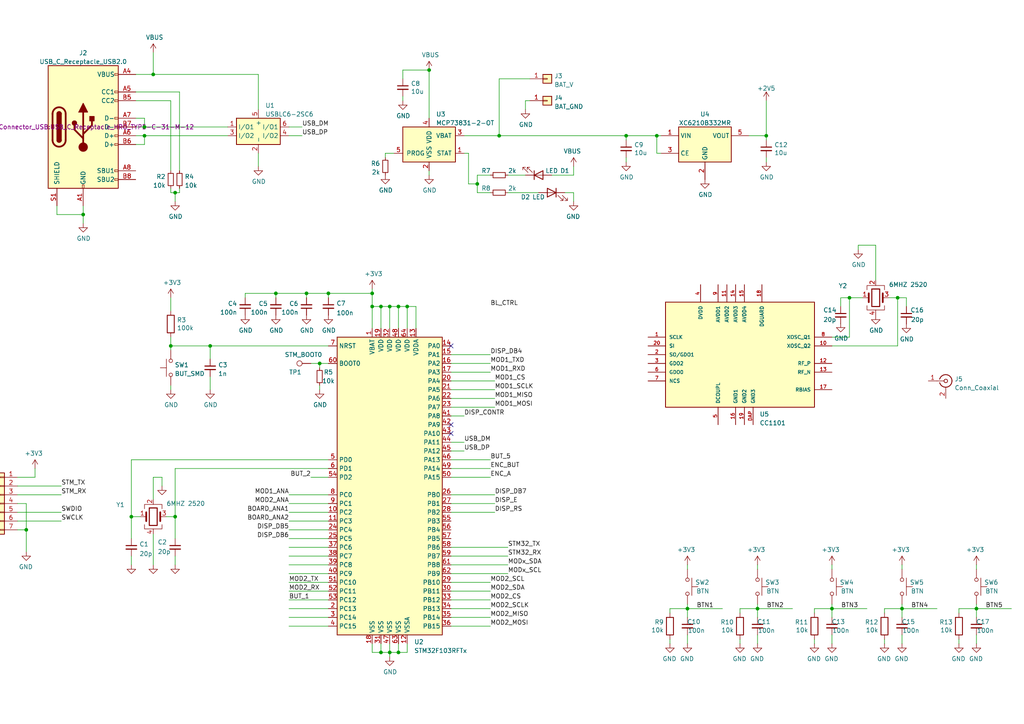
<source format=kicad_sch>
(kicad_sch (version 20211123) (generator eeschema)
  (paper "A4")
  (lib_symbols
    (symbol "Battery_Management:MCP73831-2-OT" (pin_names (offset 1.016))
      (property "Reference" "U" (at -7.62 6.35 0))
      (property "Value" "MCP73831-2-OT" (at 1.27 6.35 0))
      (symbol "MCP73831-2-OT_1_1"
        (pin output line (at 10.16 -2.54 180) (length 2.54) (name "STAT") (number "1"))
        (pin power_in line (at 0 -7.62 90) (length 2.54) (name "VSS") (number "2"))
        (pin power_out line (at 10.16 2.54 180) (length 2.54) (name "VBAT") (number "3"))
        (pin power_in line (at 0 7.62 270) (length 2.54) (name "VDD") (number "4"))
        (pin input line (at -10.16 -2.54 0) (length 2.54) (name "PROG") (number "5"))
      )
    )
    (symbol "Connector:Conn_Coaxial" (pin_names (offset 1.016) hide)
      (property "Reference" "J" (at 0.254 3.048 0))
      (property "Value" "Conn_Coaxial" (at 2.921 0 90))
      (symbol "Conn_Coaxial_1_1"
        (pin passive line (at -5.08 0 0) (length 2.54) (name "In") (number "1"))
        (pin passive line (at 0 -5.08 90) (length 2.54) (name "Ext") (number "2"))
      )
    )
    (symbol "Connector:TestPoint" (pin_numbers hide) (pin_names (offset 0.762) hide)
      (property "Reference" "TP" (at 0 6.858 0))
      (property "Value" "TestPoint" (at 0 5.08 0))
      (symbol "TestPoint_1_1"
        (pin passive line (at 0 0 90) (length 2.54) (name "1") (number "1"))
      )
    )
    (symbol "Connector:USB_C_Receptacle_USB2.0" (pin_names (offset 1.016))
      (property "Reference" "J" (at -10.16 19.05 0))
      (property "Value" "USB_C_Receptacle_USB2.0" (at 19.05 19.05 0))
      (symbol "USB_C_Receptacle_USB2.0_1_1"
        (pin passive line (at 0 -22.86 90) (length 5.08) (name "GND") (number "A1"))
        (pin passive line (at 0 -22.86 90) (length 5.08) hide (name "GND") (number "A12"))
        (pin passive line (at 15.24 15.24 180) (length 5.08) (name "VBUS") (number "A4"))
        (pin bidirectional line (at 15.24 10.16 180) (length 5.08) (name "CC1") (number "A5"))
        (pin bidirectional line (at 15.24 -2.54 180) (length 5.08) (name "D+") (number "A6"))
        (pin bidirectional line (at 15.24 2.54 180) (length 5.08) (name "D-") (number "A7"))
        (pin bidirectional line (at 15.24 -12.7 180) (length 5.08) (name "SBU1") (number "A8"))
        (pin passive line (at 15.24 15.24 180) (length 5.08) hide (name "VBUS") (number "A9"))
        (pin passive line (at 0 -22.86 90) (length 5.08) hide (name "GND") (number "B1"))
        (pin passive line (at 0 -22.86 90) (length 5.08) hide (name "GND") (number "B12"))
        (pin passive line (at 15.24 15.24 180) (length 5.08) hide (name "VBUS") (number "B4"))
        (pin bidirectional line (at 15.24 7.62 180) (length 5.08) (name "CC2") (number "B5"))
        (pin bidirectional line (at 15.24 -5.08 180) (length 5.08) (name "D+") (number "B6"))
        (pin bidirectional line (at 15.24 0 180) (length 5.08) (name "D-") (number "B7"))
        (pin bidirectional line (at 15.24 -15.24 180) (length 5.08) (name "SBU2") (number "B8"))
        (pin passive line (at 15.24 15.24 180) (length 5.08) hide (name "VBUS") (number "B9"))
        (pin passive line (at -7.62 -22.86 90) (length 5.08) (name "SHIELD") (number "S1"))
      )
    )
    (symbol "Connector_Generic:Conn_01x01" (pin_names (offset 1.016) hide)
      (property "Reference" "J" (at 0 2.54 0))
      (property "Value" "Conn_01x01" (at 0 -2.54 0))
      (symbol "Conn_01x01_1_1"
        (pin passive line (at -5.08 0 0) (length 3.81) (name "Pin_1") (number "1"))
      )
    )
    (symbol "Connector_Generic:Conn_01x07" (pin_names (offset 1.016) hide)
      (property "Reference" "J" (at 0 10.16 0))
      (property "Value" "Conn_01x07" (at 0 -10.16 0))
      (symbol "Conn_01x07_1_1"
        (pin passive line (at -5.08 7.62 0) (length 3.81) (name "Pin_1") (number "1"))
        (pin passive line (at -5.08 5.08 0) (length 3.81) (name "Pin_2") (number "2"))
        (pin passive line (at -5.08 2.54 0) (length 3.81) (name "Pin_3") (number "3"))
        (pin passive line (at -5.08 0 0) (length 3.81) (name "Pin_4") (number "4"))
        (pin passive line (at -5.08 -2.54 0) (length 3.81) (name "Pin_5") (number "5"))
        (pin passive line (at -5.08 -5.08 0) (length 3.81) (name "Pin_6") (number "6"))
        (pin passive line (at -5.08 -7.62 0) (length 3.81) (name "Pin_7") (number "7"))
      )
    )
    (symbol "Critbit_lib:CC1101" (pin_names (offset 1.016))
      (property "Reference" "U" (at 12.7 -17.8054 0))
      (property "Value" "CC1101" (at 12.7 -20.32 0))
      (symbol "CC1101_0_0"
        (pin bidirectional line (at -25.4 5.08 0) (length 5.08) (name "SCLK") (number "1"))
        (pin bidirectional line (at 27.94 2.54 180) (length 5.08) (name "XOSC_Q2") (number "10"))
        (pin bidirectional line (at -2.54 20.32 270) (length 5.08) (name "AVDD2") (number "11"))
        (pin bidirectional line (at 27.94 -2.54 180) (length 5.08) (name "RF_P") (number "12"))
        (pin bidirectional line (at 27.94 -5.08 180) (length 5.08) (name "RF_N") (number "13"))
        (pin bidirectional line (at 0 20.32 270) (length 5.08) (name "AVDD3") (number "14"))
        (pin bidirectional line (at 2.54 20.32 270) (length 5.08) (name "AVDD4") (number "15"))
        (pin bidirectional line (at 0 -20.32 90) (length 5.08) (name "GND1") (number "16"))
        (pin bidirectional line (at 27.94 -10.16 180) (length 5.08) (name "RBIAS") (number "17"))
        (pin bidirectional line (at 7.62 20.32 270) (length 5.08) (name "DGUARD") (number "18"))
        (pin bidirectional line (at 2.54 -20.32 90) (length 5.08) (name "GND2") (number "19"))
        (pin bidirectional line (at -25.4 0 0) (length 5.08) (name "SO/GDO1") (number "2"))
        (pin bidirectional line (at -25.4 2.54 0) (length 5.08) (name "SI") (number "20"))
        (pin bidirectional line (at -25.4 -2.54 0) (length 5.08) (name "GDO2") (number "3"))
        (pin bidirectional line (at -10.16 20.32 270) (length 5.08) (name "DVDD") (number "4"))
        (pin bidirectional line (at -5.08 -20.32 90) (length 5.08) (name "DCOUPL") (number "5"))
        (pin bidirectional line (at -25.4 -5.08 0) (length 5.08) (name "GDO0") (number "6"))
        (pin bidirectional line (at -25.4 -7.62 0) (length 5.08) (name "NCS") (number "7"))
        (pin bidirectional line (at 27.94 5.08 180) (length 5.08) (name "XOSC_Q1") (number "8"))
        (pin bidirectional line (at -5.08 20.32 270) (length 5.08) (name "AVDD1") (number "9"))
        (pin bidirectional line (at 5.08 -20.32 90) (length 5.08) (name "GND3") (number "DAP"))
      )
    )
    (symbol "Critbit_lib:USBLC6-2SC6"
      (property "Reference" "U" (at -5.08 5.08 0))
      (property "Value" "USBLC6-2SC6" (at 2.54 -5.08 0))
      (symbol "USBLC6-2SC6_1_1"
        (pin passive line (at -8.89 1.27 0) (length 2.54) (name "I/O1") (number "1"))
        (pin passive line (at 0 -6.35 90) (length 2.54) (name "-") (number "2"))
        (pin passive line (at -8.89 -1.27 0) (length 2.54) (name "I/O2") (number "3"))
        (pin passive line (at 8.89 -1.27 180) (length 2.54) (name "I/O2") (number "4"))
        (pin passive line (at 0 6.35 270) (length 2.54) (name "+") (number "5"))
        (pin passive line (at 8.89 1.27 180) (length 2.54) (name "I/O1") (number "6"))
      )
    )
    (symbol "Device:C_Small" (pin_numbers hide) (pin_names (offset 0.254) hide)
      (property "Reference" "C" (at 0.254 1.778 0))
      (property "Value" "C_Small" (at 0.254 -2.032 0))
      (symbol "C_Small_1_1"
        (pin passive line (at 0 2.54 270) (length 2.032) (name "~") (number "1"))
        (pin passive line (at 0 -2.54 90) (length 2.032) (name "~") (number "2"))
      )
    )
    (symbol "Device:Crystal_GND24" (pin_names (offset 1.016) hide)
      (property "Reference" "Y" (at 3.175 5.08 0))
      (property "Value" "Crystal_GND24" (at 3.175 3.175 0))
      (symbol "Crystal_GND24_1_1"
        (pin passive line (at -3.81 0 0) (length 1.27) (name "1") (number "1"))
        (pin passive line (at 0 5.08 270) (length 1.27) (name "2") (number "2"))
        (pin passive line (at 3.81 0 180) (length 1.27) (name "3") (number "3"))
        (pin passive line (at 0 -5.08 90) (length 1.27) (name "4") (number "4"))
      )
    )
    (symbol "Device:LED" (pin_numbers hide) (pin_names (offset 1.016) hide)
      (property "Reference" "D" (at 0 2.54 0))
      (property "Value" "LED" (at 0 -2.54 0))
      (symbol "LED_1_1"
        (pin passive line (at -3.81 0 0) (length 2.54) (name "K") (number "1"))
        (pin passive line (at 3.81 0 180) (length 2.54) (name "A") (number "2"))
      )
    )
    (symbol "Device:R" (pin_numbers hide) (pin_names (offset 0))
      (property "Reference" "R" (at 2.032 0 90))
      (property "Value" "R" (at 0 0 90))
      (symbol "R_1_1"
        (pin passive line (at 0 3.81 270) (length 1.27) (name "~") (number "1"))
        (pin passive line (at 0 -3.81 90) (length 1.27) (name "~") (number "2"))
      )
    )
    (symbol "Device:R_Small" (pin_numbers hide) (pin_names (offset 0.254) hide)
      (property "Reference" "R" (at 0.762 0.508 0))
      (property "Value" "R_Small" (at 0.762 -1.016 0))
      (symbol "R_Small_1_1"
        (pin passive line (at 0 2.54 270) (length 0.762) (name "~") (number "1"))
        (pin passive line (at 0 -2.54 90) (length 0.762) (name "~") (number "2"))
      )
    )
    (symbol "MCU_ST_STM32F1:STM32F103RFTx"
      (property "Reference" "U" (at -15.24 44.45 0))
      (property "Value" "STM32F103RFTx" (at 10.16 44.45 0))
      (symbol "STM32F103RFTx_1_1"
        (pin power_in line (at -5.08 45.72 270) (length 2.54) (name "VBAT") (number "1"))
        (pin bidirectional line (at -17.78 -7.62 0) (length 2.54) (name "PC2") (number "10"))
        (pin bidirectional line (at -17.78 -10.16 0) (length 2.54) (name "PC3") (number "11"))
        (pin power_in line (at 5.08 -45.72 90) (length 2.54) (name "VSSA") (number "12"))
        (pin power_in line (at 7.62 45.72 270) (length 2.54) (name "VDDA") (number "13"))
        (pin bidirectional line (at 17.78 40.64 180) (length 2.54) (name "PA0") (number "14"))
        (pin bidirectional line (at 17.78 38.1 180) (length 2.54) (name "PA1") (number "15"))
        (pin bidirectional line (at 17.78 35.56 180) (length 2.54) (name "PA2") (number "16"))
        (pin bidirectional line (at 17.78 33.02 180) (length 2.54) (name "PA3") (number "17"))
        (pin power_in line (at -5.08 -45.72 90) (length 2.54) (name "VSS") (number "18"))
        (pin power_in line (at -2.54 45.72 270) (length 2.54) (name "VDD") (number "19"))
        (pin bidirectional line (at -17.78 -35.56 0) (length 2.54) (name "PC13") (number "2"))
        (pin bidirectional line (at 17.78 30.48 180) (length 2.54) (name "PA4") (number "20"))
        (pin bidirectional line (at 17.78 27.94 180) (length 2.54) (name "PA5") (number "21"))
        (pin bidirectional line (at 17.78 25.4 180) (length 2.54) (name "PA6") (number "22"))
        (pin bidirectional line (at 17.78 22.86 180) (length 2.54) (name "PA7") (number "23"))
        (pin bidirectional line (at -17.78 -12.7 0) (length 2.54) (name "PC4") (number "24"))
        (pin bidirectional line (at -17.78 -15.24 0) (length 2.54) (name "PC5") (number "25"))
        (pin bidirectional line (at 17.78 -2.54 180) (length 2.54) (name "PB0") (number "26"))
        (pin bidirectional line (at 17.78 -5.08 180) (length 2.54) (name "PB1") (number "27"))
        (pin bidirectional line (at 17.78 -7.62 180) (length 2.54) (name "PB2") (number "28"))
        (pin bidirectional line (at 17.78 -27.94 180) (length 2.54) (name "PB10") (number "29"))
        (pin bidirectional line (at -17.78 -38.1 0) (length 2.54) (name "PC14") (number "3"))
        (pin bidirectional line (at 17.78 -30.48 180) (length 2.54) (name "PB11") (number "30"))
        (pin power_in line (at -2.54 -45.72 90) (length 2.54) (name "VSS") (number "31"))
        (pin power_in line (at 0 45.72 270) (length 2.54) (name "VDD") (number "32"))
        (pin bidirectional line (at 17.78 -33.02 180) (length 2.54) (name "PB12") (number "33"))
        (pin bidirectional line (at 17.78 -35.56 180) (length 2.54) (name "PB13") (number "34"))
        (pin bidirectional line (at 17.78 -38.1 180) (length 2.54) (name "PB14") (number "35"))
        (pin bidirectional line (at 17.78 -40.64 180) (length 2.54) (name "PB15") (number "36"))
        (pin bidirectional line (at -17.78 -17.78 0) (length 2.54) (name "PC6") (number "37"))
        (pin bidirectional line (at -17.78 -20.32 0) (length 2.54) (name "PC7") (number "38"))
        (pin bidirectional line (at -17.78 -22.86 0) (length 2.54) (name "PC8") (number "39"))
        (pin bidirectional line (at -17.78 -40.64 0) (length 2.54) (name "PC15") (number "4"))
        (pin bidirectional line (at -17.78 -25.4 0) (length 2.54) (name "PC9") (number "40"))
        (pin bidirectional line (at 17.78 20.32 180) (length 2.54) (name "PA8") (number "41"))
        (pin bidirectional line (at 17.78 17.78 180) (length 2.54) (name "PA9") (number "42"))
        (pin bidirectional line (at 17.78 15.24 180) (length 2.54) (name "PA10") (number "43"))
        (pin bidirectional line (at 17.78 12.7 180) (length 2.54) (name "PA11") (number "44"))
        (pin bidirectional line (at 17.78 10.16 180) (length 2.54) (name "PA12") (number "45"))
        (pin bidirectional line (at 17.78 7.62 180) (length 2.54) (name "PA13") (number "46"))
        (pin power_in line (at 0 -45.72 90) (length 2.54) (name "VSS") (number "47"))
        (pin power_in line (at 2.54 45.72 270) (length 2.54) (name "VDD") (number "48"))
        (pin bidirectional line (at 17.78 5.08 180) (length 2.54) (name "PA14") (number "49"))
        (pin input line (at -17.78 7.62 0) (length 2.54) (name "PD0") (number "5"))
        (pin bidirectional line (at 17.78 2.54 180) (length 2.54) (name "PA15") (number "50"))
        (pin bidirectional line (at -17.78 -27.94 0) (length 2.54) (name "PC10") (number "51"))
        (pin bidirectional line (at -17.78 -30.48 0) (length 2.54) (name "PC11") (number "52"))
        (pin bidirectional line (at -17.78 -33.02 0) (length 2.54) (name "PC12") (number "53"))
        (pin bidirectional line (at -17.78 2.54 0) (length 2.54) (name "PD2") (number "54"))
        (pin bidirectional line (at 17.78 -10.16 180) (length 2.54) (name "PB3") (number "55"))
        (pin bidirectional line (at 17.78 -12.7 180) (length 2.54) (name "PB4") (number "56"))
        (pin bidirectional line (at 17.78 -15.24 180) (length 2.54) (name "PB5") (number "57"))
        (pin bidirectional line (at 17.78 -17.78 180) (length 2.54) (name "PB6") (number "58"))
        (pin bidirectional line (at 17.78 -20.32 180) (length 2.54) (name "PB7") (number "59"))
        (pin input line (at -17.78 5.08 0) (length 2.54) (name "PD1") (number "6"))
        (pin input line (at -17.78 35.56 0) (length 2.54) (name "BOOT0") (number "60"))
        (pin bidirectional line (at 17.78 -22.86 180) (length 2.54) (name "PB8") (number "61"))
        (pin bidirectional line (at 17.78 -25.4 180) (length 2.54) (name "PB9") (number "62"))
        (pin power_in line (at 2.54 -45.72 90) (length 2.54) (name "VSS") (number "63"))
        (pin power_in line (at 5.08 45.72 270) (length 2.54) (name "VDD") (number "64"))
        (pin input line (at -17.78 40.64 0) (length 2.54) (name "NRST") (number "7"))
        (pin bidirectional line (at -17.78 -2.54 0) (length 2.54) (name "PC0") (number "8"))
        (pin bidirectional line (at -17.78 -5.08 0) (length 2.54) (name "PC1") (number "9"))
      )
    )
    (symbol "Regulator_Linear:XC6210B332MR"
      (property "Reference" "U" (at 0 8.89 0))
      (property "Value" "XC6210B332MR" (at 0 6.35 0))
      (symbol "XC6210B332MR_1_1"
        (pin power_in line (at -12.7 2.54 0) (length 5.08) (name "VIN") (number "1"))
        (pin power_in line (at 0 -10.16 90) (length 5.08) (name "GND") (number "2"))
        (pin input line (at -12.7 -2.54 0) (length 5.08) (name "CE") (number "3"))
        (pin no_connect line (at 12.7 -2.54 180) (length 5.08) hide (name "NC") (number "4"))
        (pin power_out line (at 12.7 2.54 180) (length 5.08) (name "VOUT") (number "5"))
      )
    )
    (symbol "Switch:SW_Push" (pin_numbers hide) (pin_names (offset 1.016) hide)
      (property "Reference" "SW" (at 1.27 2.54 0))
      (property "Value" "SW_Push" (at 0 -1.524 0))
      (symbol "SW_Push_0_1"
        (pin passive line (at -5.08 0 0) (length 2.54) (name "1") (number "1"))
        (pin passive line (at 5.08 0 180) (length 2.54) (name "2") (number "2"))
      )
    )
    (symbol "power:+2V5" (power) (pin_names (offset 0))
      (property "Value" "+2V5" (at 0 3.556 0))
      (symbol "+2V5_1_1"
        (pin power_in line (at 0 0 90) (length 0) hide (name "+2V5") (number "1"))
      )
    )
    (symbol "power:+3.3V" (power) (pin_names (offset 0))
      (property "Value" "+3.3V" (at 0 3.556 0))
      (symbol "+3.3V_1_1"
        (pin power_in line (at 0 0 90) (length 0) hide (name "+3V3") (number "1"))
      )
    )
    (symbol "power:GND" (power) (pin_names (offset 0))
      (property "Value" "GND" (at 0 -3.81 0))
      (symbol "GND_1_1"
        (pin power_in line (at 0 0 270) (length 0) hide (name "GND") (number "1"))
      )
    )
    (symbol "power:VBUS" (power) (pin_names (offset 0))
      (property "Value" "VBUS" (at 0 3.81 0))
      (symbol "VBUS_1_1"
        (pin power_in line (at 0 0 90) (length 0) hide (name "VBUS") (number "1"))
      )
    )
  )
  (junction (at 92.71 105.41))
  (junction (at 124.46 20.32))
  (junction (at 115.57 189.23))
  (junction (at 261.62 176.53))
  (junction (at 50.8 149.86))
  (junction (at 222.25 39.37))
  (junction (at 88.9 85.09))
  (junction (at 95.25 85.09))
  (junction (at 241.3 176.53))
  (junction (at 107.95 88.9))
  (junction (at 60.96 100.33))
  (junction (at 7.62 153.67))
  (junction (at 118.11 88.9))
  (junction (at 246.38 86.36))
  (junction (at 138.43 53.34))
  (junction (at 41.91 36.83))
  (junction (at 110.49 189.23))
  (junction (at 80.01 85.09))
  (junction (at 260.35 86.36))
  (junction (at 107.95 85.09))
  (junction (at 38.1 149.86))
  (junction (at 49.53 100.33))
  (junction (at 144.78 39.37))
  (junction (at 190.5 39.37))
  (junction (at 181.61 39.37))
  (junction (at 113.03 88.9))
  (junction (at 283.21 176.53))
  (junction (at 199.39 176.53))
  (junction (at 44.45 21.59))
  (junction (at 24.13 62.23))
  (junction (at 219.71 176.53))
  (junction (at 41.91 39.37))
  (junction (at 110.49 88.9))
  (junction (at 115.57 88.9))
  (junction (at 50.8 55.88))
  (junction (at 113.03 189.23))
  (no_connect (at 130.81 100.33))
  (no_connect (at 130.81 125.73))
  (no_connect (at 130.81 123.19))
  (wire (pts (xy 49.53 100.33) (xy 60.96 100.33)))
  (wire (pts (xy 130.81 146.05) (xy 143.51 146.05)))
  (wire (pts (xy 134.62 39.37) (xy 144.78 39.37)))
  (wire (pts (xy 130.81 120.65) (xy 134.62 120.65)))
  (wire (pts (xy 50.8 163.83) (xy 50.8 161.29)))
  (wire (pts (xy 83.82 173.99) (xy 95.25 173.99)))
  (wire (pts (xy 241.3 163.83) (xy 241.3 165.1)))
  (wire (pts (xy 83.82 181.61) (xy 95.25 181.61)))
  (wire (pts (xy 194.31 177.8) (xy 194.31 176.53)))
  (wire (pts (xy 113.03 88.9) (xy 115.57 88.9)))
  (wire (pts (xy 83.82 146.05) (xy 95.25 146.05)))
  (wire (pts (xy 134.62 44.45) (xy 135.89 44.45)))
  (wire (pts (xy 107.95 83.82) (xy 107.95 85.09)))
  (wire (pts (xy 229.87 176.53) (xy 219.71 176.53)))
  (wire (pts (xy 88.9 85.09) (xy 95.25 85.09)))
  (wire (pts (xy 153.67 22.86) (xy 144.78 22.86)))
  (wire (pts (xy 130.81 135.89) (xy 142.24 135.89)))
  (wire (pts (xy 256.54 176.53) (xy 261.62 176.53)))
  (wire (pts (xy 130.81 161.29) (xy 147.32 161.29)))
  (wire (pts (xy 130.81 176.53) (xy 142.24 176.53)))
  (wire (pts (xy 83.82 161.29) (xy 95.25 161.29)))
  (wire (pts (xy 130.81 110.49) (xy 143.51 110.49)))
  (wire (pts (xy 52.07 26.67) (xy 52.07 49.53)))
  (wire (pts (xy 39.37 21.59) (xy 44.45 21.59)))
  (wire (pts (xy 222.25 46.99) (xy 222.25 45.72)))
  (wire (pts (xy 144.78 22.86) (xy 144.78 39.37)))
  (wire (pts (xy 92.71 105.41) (xy 92.71 106.68)))
  (wire (pts (xy 130.81 113.03) (xy 143.51 113.03)))
  (wire (pts (xy 214.63 185.42) (xy 214.63 186.69)))
  (wire (pts (xy 124.46 49.53) (xy 124.46 50.8)))
  (wire (pts (xy 236.22 185.42) (xy 236.22 186.69)))
  (wire (pts (xy 243.84 86.36) (xy 246.38 86.36)))
  (wire (pts (xy 110.49 189.23) (xy 107.95 189.23)))
  (wire (pts (xy 83.82 143.51) (xy 95.25 143.51)))
  (wire (pts (xy 246.38 86.36) (xy 246.38 97.79)))
  (wire (pts (xy 130.81 163.83) (xy 147.32 163.83)))
  (wire (pts (xy 115.57 186.69) (xy 115.57 189.23)))
  (wire (pts (xy 135.89 44.45) (xy 135.89 53.34)))
  (wire (pts (xy 10.16 135.89) (xy 10.16 138.43)))
  (wire (pts (xy 243.84 93.98) (xy 243.84 93.7408)))
  (wire (pts (xy 217.17 39.37) (xy 222.25 39.37)))
  (wire (pts (xy 39.37 26.67) (xy 52.07 26.67)))
  (wire (pts (xy 236.22 177.8) (xy 236.22 176.53)))
  (wire (pts (xy 7.62 153.67) (xy 7.62 160.02)))
  (wire (pts (xy 130.81 148.59) (xy 143.51 148.59)))
  (wire (pts (xy 38.1 133.35) (xy 95.25 133.35)))
  (wire (pts (xy 130.81 115.57) (xy 143.51 115.57)))
  (wire (pts (xy 261.62 175.26) (xy 261.62 176.53)))
  (wire (pts (xy 219.71 179.07) (xy 219.71 176.53)))
  (wire (pts (xy 107.95 88.9) (xy 107.95 95.25)))
  (wire (pts (xy 214.63 176.53) (xy 219.71 176.53)))
  (wire (pts (xy 10.16 138.43) (xy 5.08 138.43)))
  (wire (pts (xy 194.31 176.53) (xy 199.39 176.53)))
  (wire (pts (xy 80.01 85.09) (xy 80.01 86.36)))
  (wire (pts (xy 219.71 163.83) (xy 219.71 165.1)))
  (wire (pts (xy 190.5 44.45) (xy 190.5 39.37)))
  (wire (pts (xy 83.82 171.45) (xy 95.25 171.45)))
  (wire (pts (xy 166.37 55.88) (xy 163.83 55.88)))
  (wire (pts (xy 241.3 186.69) (xy 241.3 184.15)))
  (wire (pts (xy 49.53 54.61) (xy 49.53 55.88)))
  (wire (pts (xy 71.12 85.09) (xy 80.01 85.09)))
  (wire (pts (xy 90.17 105.41) (xy 92.71 105.41)))
  (wire (pts (xy 50.8 149.86) (xy 50.8 156.21)))
  (wire (pts (xy 39.37 36.83) (xy 41.91 36.83)))
  (wire (pts (xy 130.81 105.41) (xy 142.24 105.41)))
  (wire (pts (xy 17.78 140.97) (xy 5.08 140.97)))
  (wire (pts (xy 130.81 173.99) (xy 142.24 173.99)))
  (wire (pts (xy 166.37 48.26) (xy 166.37 50.8)))
  (wire (pts (xy 49.53 29.21) (xy 49.53 49.53)))
  (wire (pts (xy 190.5 39.37) (xy 191.77 39.37)))
  (wire (pts (xy 49.53 97.79) (xy 49.53 100.33)))
  (wire (pts (xy 147.32 55.88) (xy 156.21 55.88)))
  (wire (pts (xy 191.77 44.45) (xy 190.5 44.45)))
  (wire (pts (xy 256.54 177.8) (xy 256.54 176.53)))
  (wire (pts (xy 17.78 143.51) (xy 5.08 143.51)))
  (wire (pts (xy 181.61 40.64) (xy 181.61 39.37)))
  (wire (pts (xy 110.49 88.9) (xy 110.49 95.25)))
  (wire (pts (xy 118.11 88.9) (xy 120.65 88.9)))
  (wire (pts (xy 113.03 190.5) (xy 113.03 189.23)))
  (wire (pts (xy 130.81 133.35) (xy 142.24 133.35)))
  (wire (pts (xy 130.81 130.81) (xy 134.62 130.81)))
  (wire (pts (xy 152.4 29.21) (xy 152.4 31.75)))
  (wire (pts (xy 138.43 50.8) (xy 142.24 50.8)))
  (wire (pts (xy 262.89 86.36) (xy 260.35 86.36)))
  (wire (pts (xy 116.84 20.32) (xy 116.84 22.86)))
  (wire (pts (xy 24.13 62.23) (xy 24.13 64.77)))
  (wire (pts (xy 80.01 85.09) (xy 88.9 85.09)))
  (wire (pts (xy 124.46 20.32) (xy 124.46 34.29)))
  (wire (pts (xy 46.99 140.97) (xy 46.99 138.43)))
  (wire (pts (xy 39.37 41.91) (xy 41.91 41.91)))
  (wire (pts (xy 283.21 186.69) (xy 283.21 184.15)))
  (wire (pts (xy 38.1 133.35) (xy 38.1 149.86)))
  (wire (pts (xy 52.07 55.88) (xy 52.07 54.61)))
  (wire (pts (xy 17.78 148.59) (xy 5.08 148.59)))
  (wire (pts (xy 278.13 176.53) (xy 283.21 176.53)))
  (wire (pts (xy 199.39 175.26) (xy 199.39 176.53)))
  (wire (pts (xy 111.76 44.45) (xy 111.76 45.72)))
  (wire (pts (xy 17.78 151.13) (xy 5.08 151.13)))
  (wire (pts (xy 83.82 163.83) (xy 95.25 163.83)))
  (wire (pts (xy 124.46 20.32) (xy 116.84 20.32)))
  (wire (pts (xy 50.8 135.89) (xy 95.25 135.89)))
  (wire (pts (xy 241.3 100.33) (xy 260.35 100.33)))
  (wire (pts (xy 24.13 62.23) (xy 24.13 59.69)))
  (wire (pts (xy 44.45 154.94) (xy 44.45 163.83)))
  (wire (pts (xy 114.3 44.45) (xy 111.76 44.45)))
  (wire (pts (xy 254 81.28) (xy 254 71.12)))
  (wire (pts (xy 83.82 168.91) (xy 95.25 168.91)))
  (wire (pts (xy 50.8 55.88) (xy 52.07 55.88)))
  (wire (pts (xy 222.25 29.21) (xy 222.25 39.37)))
  (wire (pts (xy 241.3 175.26) (xy 241.3 176.53)))
  (wire (pts (xy 92.71 111.76) (xy 92.71 113.03)))
  (wire (pts (xy 71.12 85.09) (xy 71.12 86.36)))
  (wire (pts (xy 83.82 39.37) (xy 87.63 39.37)))
  (wire (pts (xy 130.81 171.45) (xy 142.24 171.45)))
  (wire (pts (xy 5.08 146.05) (xy 7.62 146.05)))
  (wire (pts (xy 222.25 40.64) (xy 222.25 39.37)))
  (wire (pts (xy 219.71 175.26) (xy 219.71 176.53)))
  (wire (pts (xy 38.1 149.86) (xy 40.64 149.86)))
  (wire (pts (xy 118.11 186.69) (xy 118.11 189.23)))
  (wire (pts (xy 115.57 88.9) (xy 118.11 88.9)))
  (wire (pts (xy 130.81 102.87) (xy 142.24 102.87)))
  (wire (pts (xy 74.93 31.75) (xy 74.93 21.59)))
  (wire (pts (xy 60.96 100.33) (xy 95.25 100.33)))
  (wire (pts (xy 46.99 138.43) (xy 44.45 138.43)))
  (wire (pts (xy 116.84 27.94) (xy 116.84 29.21)))
  (wire (pts (xy 41.91 39.37) (xy 66.04 39.37)))
  (wire (pts (xy 130.81 166.37) (xy 147.32 166.37)))
  (wire (pts (xy 181.61 39.37) (xy 190.5 39.37)))
  (wire (pts (xy 283.21 175.26) (xy 283.21 176.53)))
  (wire (pts (xy 49.53 55.88) (xy 50.8 55.88)))
  (wire (pts (xy 41.91 41.91) (xy 41.91 39.37)))
  (wire (pts (xy 261.62 163.83) (xy 261.62 165.1)))
  (wire (pts (xy 138.43 53.34) (xy 138.43 50.8)))
  (wire (pts (xy 113.03 88.9) (xy 113.03 95.25)))
  (wire (pts (xy 110.49 186.69) (xy 110.49 189.23)))
  (wire (pts (xy 293.37 176.53) (xy 283.21 176.53)))
  (wire (pts (xy 166.37 58.42) (xy 166.37 55.88)))
  (wire (pts (xy 153.67 29.21) (xy 152.4 29.21)))
  (wire (pts (xy 130.81 118.11) (xy 143.51 118.11)))
  (wire (pts (xy 50.8 149.86) (xy 48.26 149.86)))
  (wire (pts (xy 16.51 62.23) (xy 16.51 59.69)))
  (wire (pts (xy 248.92 71.12) (xy 248.92 72.39)))
  (wire (pts (xy 7.62 153.67) (xy 5.08 153.67)))
  (wire (pts (xy 278.13 177.8) (xy 278.13 176.53)))
  (wire (pts (xy 44.45 138.43) (xy 44.45 144.78)))
  (wire (pts (xy 144.78 39.37) (xy 181.61 39.37)))
  (wire (pts (xy 83.82 166.37) (xy 95.25 166.37)))
  (wire (pts (xy 260.35 86.36) (xy 257.81 86.36)))
  (wire (pts (xy 246.38 97.79) (xy 241.3 97.79)))
  (wire (pts (xy 90.17 138.43) (xy 95.25 138.43)))
  (wire (pts (xy 50.8 55.88) (xy 50.8 58.42)))
  (wire (pts (xy 60.96 109.22) (xy 60.96 113.03)))
  (wire (pts (xy 7.62 146.05) (xy 7.62 153.67)))
  (wire (pts (xy 107.95 189.23) (xy 107.95 186.69)))
  (wire (pts (xy 50.8 135.89) (xy 50.8 149.86)))
  (wire (pts (xy 130.81 143.51) (xy 143.51 143.51)))
  (wire (pts (xy 49.53 86.36) (xy 49.53 90.17)))
  (wire (pts (xy 83.82 179.07) (xy 95.25 179.07)))
  (wire (pts (xy 83.82 36.83) (xy 87.63 36.83)))
  (wire (pts (xy 261.62 186.69) (xy 261.62 184.15)))
  (wire (pts (xy 261.62 179.07) (xy 261.62 176.53)))
  (wire (pts (xy 278.13 185.42) (xy 278.13 186.69)))
  (wire (pts (xy 83.82 156.21) (xy 95.25 156.21)))
  (wire (pts (xy 110.49 88.9) (xy 107.95 88.9)))
  (wire (pts (xy 130.81 179.07) (xy 142.24 179.07)))
  (wire (pts (xy 199.39 179.07) (xy 199.39 176.53)))
  (wire (pts (xy 147.32 50.8) (xy 152.4 50.8)))
  (wire (pts (xy 39.37 39.37) (xy 41.91 39.37)))
  (wire (pts (xy 83.82 151.13) (xy 95.25 151.13)))
  (wire (pts (xy 83.82 176.53) (xy 95.25 176.53)))
  (wire (pts (xy 283.21 163.83) (xy 283.21 165.1)))
  (wire (pts (xy 214.63 177.8) (xy 214.63 176.53)))
  (wire (pts (xy 118.11 189.23) (xy 115.57 189.23)))
  (wire (pts (xy 118.11 88.9) (xy 118.11 95.25)))
  (wire (pts (xy 16.51 62.23) (xy 24.13 62.23)))
  (wire (pts (xy 120.65 88.9) (xy 120.65 95.25)))
  (wire (pts (xy 138.43 55.88) (xy 138.43 53.34)))
  (wire (pts (xy 243.84 88.9) (xy 243.84 86.36)))
  (wire (pts (xy 88.9 85.09) (xy 88.9 86.36)))
  (wire (pts (xy 74.93 44.45) (xy 74.93 48.26)))
  (wire (pts (xy 130.81 128.27) (xy 134.62 128.27)))
  (wire (pts (xy 41.91 36.83) (xy 41.91 34.29)))
  (wire (pts (xy 113.03 189.23) (xy 110.49 189.23)))
  (wire (pts (xy 49.53 111.76) (xy 49.53 113.03)))
  (wire (pts (xy 160.02 50.8) (xy 166.37 50.8)))
  (wire (pts (xy 130.81 138.43) (xy 142.24 138.43)))
  (wire (pts (xy 219.71 186.69) (xy 219.71 184.15)))
  (wire (pts (xy 110.49 88.9) (xy 113.03 88.9)))
  (wire (pts (xy 83.82 148.59) (xy 95.25 148.59)))
  (wire (pts (xy 60.96 100.33) (xy 60.96 104.14)))
  (wire (pts (xy 199.39 186.69) (xy 199.39 184.15)))
  (wire (pts (xy 241.3 179.07) (xy 241.3 176.53)))
  (wire (pts (xy 41.91 36.83) (xy 66.04 36.83)))
  (wire (pts (xy 199.39 163.83) (xy 199.39 165.1)))
  (wire (pts (xy 38.1 149.86) (xy 38.1 156.21)))
  (wire (pts (xy 130.81 181.61) (xy 142.24 181.61)))
  (wire (pts (xy 283.21 179.07) (xy 283.21 176.53)))
  (wire (pts (xy 95.25 85.09) (xy 107.95 85.09)))
  (wire (pts (xy 194.31 185.42) (xy 194.31 186.69)))
  (wire (pts (xy 113.03 186.69) (xy 113.03 189.23)))
  (wire (pts (xy 95.25 105.41) (xy 92.71 105.41)))
  (wire (pts (xy 130.81 168.91) (xy 142.24 168.91)))
  (wire (pts (xy 271.78 176.53) (xy 261.62 176.53)))
  (wire (pts (xy 83.82 158.75) (xy 95.25 158.75)))
  (wire (pts (xy 262.89 88.9) (xy 262.89 86.36)))
  (wire (pts (xy 135.89 53.34) (xy 138.43 53.34)))
  (wire (pts (xy 256.54 185.42) (xy 256.54 186.69)))
  (wire (pts (xy 251.46 176.53) (xy 241.3 176.53)))
  (wire (pts (xy 138.43 55.88) (xy 142.24 55.88)))
  (wire (pts (xy 44.45 15.24) (xy 44.45 21.59)))
  (wire (pts (xy 130.81 107.95) (xy 142.24 107.95)))
  (wire (pts (xy 236.22 176.53) (xy 241.3 176.53)))
  (wire (pts (xy 49.53 100.33) (xy 49.53 101.6)))
  (wire (pts (xy 115.57 189.23) (xy 113.03 189.23)))
  (wire (pts (xy 39.37 29.21) (xy 49.53 29.21)))
  (wire (pts (xy 41.91 34.29) (xy 39.37 34.29)))
  (wire (pts (xy 83.82 153.67) (xy 95.25 153.67)))
  (wire (pts (xy 95.25 86.36) (xy 95.25 85.09)))
  (wire (pts (xy 38.1 163.83) (xy 38.1 161.29)))
  (wire (pts (xy 254 71.12) (xy 248.92 71.12)))
  (wire (pts (xy 260.35 100.33) (xy 260.35 86.36)))
  (wire (pts (xy 250.19 86.36) (xy 246.38 86.36)))
  (wire (pts (xy 130.81 158.75) (xy 147.32 158.75)))
  (wire (pts (xy 107.95 85.09) (xy 107.95 88.9)))
  (wire (pts (xy 44.45 21.59) (xy 74.93 21.59)))
  (wire (pts (xy 115.57 88.9) (xy 115.57 95.25)))
  (wire (pts (xy 209.55 176.53) (xy 199.39 176.53)))
  (wire (pts (xy 181.61 45.72) (xy 181.61 46.99)))
  (label "DISP_E" (at 143.51 146.05 0))
  (label "BUT_1" (at 83.82 173.99 0))
  (label "USB_DP" (at 87.63 39.37 0))
  (label "MODx_SDA" (at 147.32 163.83 0))
  (label "STM_RX" (at 17.78 143.51 0))
  (label "DISP_RS" (at 143.51 148.59 0))
  (label "MOD2_MISO" (at 142.24 179.07 0))
  (label "USB_DM" (at 134.62 128.27 0))
  (label "ENC_A" (at 142.24 138.43 0))
  (label "MOD1_MISO" (at 143.51 115.57 0))
  (label "MOD1_CS" (at 143.51 110.49 0))
  (label "MOD2_ANA" (at 83.82 146.05 180))
  (label "MOD2_RX" (at 83.82 171.45 0))
  (label "DISP_DB7" (at 143.51 143.51 0))
  (label "SWCLK" (at 17.78 151.13 0))
  (label "DISP_DB6" (at 83.82 156.21 180))
  (label "MOD2_MOSI" (at 142.24 181.61 0))
  (label "MOD1_RXD" (at 142.24 107.95 0))
  (label "BL_CTRL" (at 142.24 88.9 0))
  (label "DISP_DB4" (at 142.24 102.87 0))
  (label "BOARD_ANA1" (at 83.82 148.59 180))
  (label "BTN1" (at 207.01 176.53 180))
  (label "MOD2_TX" (at 83.82 168.91 0))
  (label "BTN2" (at 227.33 176.53 180))
  (label "DISP_CONTR" (at 134.62 120.65 0))
  (label "MOD2_SCLK" (at 142.24 176.53 0))
  (label "DISP_DB5" (at 83.82 153.67 180))
  (label "BTN3" (at 248.92 176.53 180))
  (label "BOARD_ANA2" (at 83.82 151.13 180))
  (label "BUT_2" (at 90.17 138.43 180))
  (label "SWDIO" (at 17.78 148.59 0))
  (label "BTN4" (at 269.24 176.53 180))
  (label "MOD1_TXD" (at 142.24 105.41 0))
  (label "MOD2_SCL" (at 142.24 168.91 0))
  (label "STM32_RX" (at 147.32 161.29 0))
  (label "BUT_5" (at 142.24 133.35 0))
  (label "USB_DP" (at 134.62 130.81 0))
  (label "STM32_TX" (at 147.32 158.75 0))
  (label "MOD1_MOSI" (at 143.51 118.11 0))
  (label "MOD1_ANA" (at 83.82 143.51 180))
  (label "MODx_SCL" (at 147.32 166.37 0))
  (label "STM_TX" (at 17.78 140.97 0))
  (label "BTN5" (at 290.83 176.53 180))
  (label "MOD1_SCLK" (at 143.51 113.03 0))
  (label "MOD2_CS" (at 142.24 173.99 0))
  (label "ENC_BUT" (at 142.24 135.89 0))
  (label "MOD2_SDA" (at 142.24 171.45 0))
  (label "USB_DM" (at 87.63 36.83 0))
  (symbol (lib_id "power:GND") (at 46.99 140.97 0) (unit 1)
    (property "Reference" "#PWR0105" (effects hide))
    (property "Value" "GND" (effects hide))
  )
  (symbol (lib_id "Device:C_Small") (at 38.1 158.75 0) (unit 1)
    (property "Reference" "C1" (at 40.4241 157.8415 0) (effects (justify left)))
    (property "Value" "20p" (at 40.4241 160.6166 0) (effects (justify left)))
    (property "Footprint" "Capacitor_SMD:C_0402_1005Metric" (effects hide))
  )
  (symbol (lib_id "Critbit_lib:USBLC6-2SC6") (at 74.93 38.1 0) (unit 1)
    (property "Reference" "U1" (at 76.9494 30.5902 0) (effects (justify left)))
    (property "Value" "USBLC6-2SC6" (at 76.9494 33.1271 0) (effects (justify left)))
    (property "Footprint" "Package_TO_SOT_SMD:SOT-23-6" (effects hide))
    (property "Datasheet" "https://www.st.com/resource/en/datasheet/usblc6-2.pdf" (effects hide))
  )
  (symbol (lib_id "Device:R_Small") (at 144.78 55.88 270) (mirror x) (unit 1)
    (property "Reference" "R8" (at 140.97 54.61 90))
    (property "Value" "2k" (at 148.59 54.61 90))
    (property "Footprint" "Resistor_SMD:R_0402_1005Metric" (effects hide))
  )
  (symbol (lib_id "Device:Crystal_GND24") (at 44.45 149.86 0) (unit 1)
    (property "Reference" "Y1" (at 33.6551 146.4115 0) (effects (justify left)))
    (property "Value" "6MHZ 2520" (at 48.26 146.05 0) (effects (justify left)))
    (property "Footprint" "Crystal:Crystal_SMD_2520-4Pin_2.5x2.0mm" (effects hide))
  )
  (symbol (lib_id "power:GND") (at 248.92 72.39 0) (unit 1)
    (property "Reference" "#PWR0147" (effects hide))
    (property "Value" "GND" (at 249.047 76.7842 0))
  )
  (symbol (lib_id "Device:Crystal_GND24") (at 254 86.36 0) (unit 1)
    (property "Reference" "Y2" (at 243.2051 82.9115 0) (effects (justify left)))
    (property "Value" "6MHZ 2520" (at 257.81 82.55 0) (effects (justify left)))
    (property "Footprint" "Crystal:Crystal_SMD_2520-4Pin_2.5x2.0mm" (effects hide))
  )
  (symbol (lib_id "power:GND") (at 181.61 46.99 0) (unit 1)
    (property "Reference" "#PWR0139" (effects hide))
    (property "Value" "GND" (at 181.737 51.3842 0))
  )
  (symbol (lib_id "power:GND") (at 199.39 186.69 0) (mirror y) (unit 1)
    (property "Reference" "#PWR0124" (effects hide))
    (property "Value" "GND" (at 199.263 191.0842 0))
  )
  (symbol (lib_id "Device:C_Small") (at 222.25 43.18 0) (unit 1)
    (property "Reference" "C12" (at 224.5868 42.0116 0) (effects (justify left)))
    (property "Value" "10u" (at 224.5868 44.323 0) (effects (justify left)))
    (property "Footprint" "Capacitor_SMD:C_0402_1005Metric" (effects hide))
  )
  (symbol (lib_id "Device:R") (at 236.22 181.61 0) (mirror x) (unit 1)
    (property "Reference" "R11" (at 234.442 180.4416 0) (effects (justify right)))
    (property "Value" "10k" (at 234.442 182.753 0) (effects (justify right)))
    (property "Footprint" "Resistor_SMD:R_0402_1005Metric" (effects hide))
  )
  (symbol (lib_id "Device:R_Small") (at 144.78 50.8 270) (mirror x) (unit 1)
    (property "Reference" "R7" (at 140.97 49.53 90))
    (property "Value" "2k" (at 148.59 49.53 90))
    (property "Footprint" "Resistor_SMD:R_0402_1005Metric" (effects hide))
  )
  (symbol (lib_id "Critbit_lib:CC1101") (at 213.36 102.87 0) (unit 1)
    (property "Reference" "U5" (at 220.3197 120.1404 0) (effects (justify left)))
    (property "Value" "CC1101" (at 220.3197 122.6773 0) (effects (justify left)))
    (property "Footprint" "Package_DFN_QFN:Texas_S-PVQFN-N20_EP2.4x2.4mm_ThermalVias" (effects hide))
  )
  (symbol (lib_id "Device:C_Small") (at 116.84 25.4 0) (unit 1)
    (property "Reference" "C8" (at 119.1768 24.2316 0) (effects (justify left)))
    (property "Value" "10u" (at 119.1768 26.543 0) (effects (justify left)))
    (property "Footprint" "Capacitor_SMD:C_0402_1005Metric" (effects hide))
  )
  (symbol (lib_id "power:GND") (at 7.62 160.02 0) (mirror y) (unit 1)
    (property "Reference" "#PWR0104" (effects hide))
    (property "Value" "GND" (at 7.493 164.4142 0))
  )
  (symbol (lib_id "Battery_Management:MCP73831-2-OT") (at 124.46 41.91 0) (unit 1)
    (property "Reference" "U3" (at 126.4794 33.1302 0) (effects (justify left)))
    (property "Value" "MCP73831-2-OT" (at 126.4794 35.6671 0) (effects (justify left)))
    (property "Footprint" "Package_TO_SOT_SMD:SOT-23-5" (effects hide))
    (property "Datasheet" "http://ww1.microchip.com/downloads/en/DeviceDoc/20001984g.pdf" (effects hide))
  )
  (symbol (lib_id "Connector:Conn_Coaxial") (at 274.32 110.49 0) (unit 1)
    (property "Reference" "J5" (at 276.86 109.9485 0) (effects (justify left)))
    (property "Value" "Conn_Coaxial" (at 276.86 112.4854 0) (effects (justify left)))
    (property "Footprint" "Connector_Coaxial:SMA_Samtec_SMA-J-P-X-ST-EM1_EdgeMount" (effects hide))
    (property "Datasheet" " ~" (effects hide))
  )
  (symbol (lib_id "Device:R") (at 256.54 181.61 0) (mirror x) (unit 1)
    (property "Reference" "R12" (at 254.762 180.4416 0) (effects (justify right)))
    (property "Value" "10k" (at 254.762 182.753 0) (effects (justify right)))
    (property "Footprint" "Resistor_SMD:R_0402_1005Metric" (effects hide))
  )
  (symbol (lib_id "Device:R_Small") (at 111.76 48.26 0) (mirror x) (unit 1)
    (property "Reference" "R6" (at 110.2615 47.4253 0) (effects (justify right)))
    (property "Value" "2k" (at 110.2615 49.9622 0) (effects (justify right)))
    (property "Footprint" "Resistor_SMD:R_0402_1005Metric" (effects hide))
  )
  (symbol (lib_id "power:GND") (at 24.13 64.77 0) (unit 1)
    (property "Reference" "#PWR0111" (effects hide))
    (property "Value" "GND" (at 24.257 69.1642 0))
  )
  (symbol (lib_id "Device:C_Small") (at 181.61 43.18 0) (unit 1)
    (property "Reference" "C9" (at 183.9468 42.0116 0) (effects (justify left)))
    (property "Value" "10u" (at 183.9468 44.323 0) (effects (justify left)))
    (property "Footprint" "Capacitor_SMD:C_0402_1005Metric" (effects hide))
  )
  (symbol (lib_id "Device:C_Small") (at 71.12 88.9 0) (mirror x) (unit 1)
    (property "Reference" "C4" (at 68.7959 88.0589 0) (effects (justify right)))
    (property "Value" "100n" (at 68.7959 90.5958 0) (effects (justify right)))
    (property "Footprint" "Capacitor_SMD:C_0402_1005Metric" (effects hide))
  )
  (symbol (lib_id "power:GND") (at 80.01 91.44 0) (unit 1)
    (property "Reference" "#PWR0119" (effects hide))
    (property "Value" "GND" (at 80.137 95.8342 0))
  )
  (symbol (lib_id "Device:C_Small") (at 219.71 181.61 0) (mirror y) (unit 1)
    (property "Reference" "C11" (at 223.52 180.34 0) (effects (justify left)))
    (property "Value" "100n" (at 224.79 182.88 0) (effects (justify left)))
    (property "Footprint" "Capacitor_SMD:C_0402_1005Metric" (effects hide))
  )
  (symbol (lib_id "Connector:USB_C_Receptacle_USB2.0") (at 24.13 36.83 0) (unit 1)
    (property "Reference" "J2" (at 24.13 15.3502 0))
    (property "Value" "USB_C_Receptacle_USB2.0" (at 24.13 17.8871 0))
    (property "Footprint" "Connector_USB:USB_C_Receptacle_HRO_TYPE-C-31-M-12" (at 27.94 36.83 0))
    (property "Datasheet" "https://www.usb.org/sites/default/files/documents/usb_type-c.zip" (effects hide))
  )
  (symbol (lib_id "power:GND") (at 222.25 46.99 0) (unit 1)
    (property "Reference" "#PWR0141" (effects hide))
    (property "Value" "GND" (at 222.377 51.3842 0))
  )
  (symbol (lib_id "Device:LED") (at 156.21 50.8 0) (mirror x) (unit 1)
    (property "Reference" "D1" (at 163.83 49.53 0))
    (property "Value" "LED" (at 160.02 49.53 0))
    (property "Footprint" "LED_SMD:LED_0603_1608Metric_Pad1.05x0.95mm_HandSolder" (effects hide))
  )
  (symbol (lib_id "power:GND") (at 254 91.44 0) (unit 1)
    (property "Reference" "#PWR0148" (effects hide))
    (property "Value" "GND" (at 254.127 95.8342 0))
  )
  (symbol (lib_id "power:GND") (at 278.13 186.69 0) (mirror y) (unit 1)
    (property "Reference" "#PWR0130" (effects hide))
    (property "Value" "GND" (at 278.003 191.0842 0))
  )
  (symbol (lib_id "power:GND") (at 116.84 29.21 0) (unit 1)
    (property "Reference" "#PWR0133" (effects hide))
    (property "Value" "GND" (at 116.967 33.6042 0))
  )
  (symbol (lib_id "Switch:SW_Push") (at 219.71 170.18 270) (mirror x) (unit 1)
    (property "Reference" "SW3" (at 226.06 168.91 90) (effects (justify right)))
    (property "Value" "BTN" (at 226.06 171.45 90) (effects (justify right)))
    (property "Footprint" "Button_Switch_SMD:Panasonic_EVQPUJ_EVQPUA" (effects hide))
  )
  (symbol (lib_id "Device:C_Small") (at 262.89 91.44 0) (mirror y) (unit 1)
    (property "Reference" "C16" (at 267.97 89.9349 0) (effects (justify left)))
    (property "Value" "20p" (at 267.97 92.71 0) (effects (justify left)))
    (property "Footprint" "Capacitor_SMD:C_0402_1005Metric" (effects hide))
  )
  (symbol (lib_id "Device:C_Small") (at 60.96 106.68 0) (unit 1)
    (property "Reference" "C3" (at 63.2841 105.8516 0) (effects (justify left)))
    (property "Value" "1n" (at 63.2841 108.3885 0) (effects (justify left)))
    (property "Footprint" "Capacitor_SMD:C_0402_1005Metric" (effects hide))
  )
  (symbol (lib_id "power:+3.3V") (at 219.71 163.83 0) (mirror y) (unit 1)
    (property "Reference" "#PWR0145" (effects hide))
    (property "Value" "+3.3V" (at 219.329 159.4358 0))
  )
  (symbol (lib_id "Device:C_Small") (at 80.01 88.9 0) (mirror x) (unit 1)
    (property "Reference" "C5" (at 77.6859 88.0589 0) (effects (justify right)))
    (property "Value" "100n" (at 77.6859 90.5958 0) (effects (justify right)))
    (property "Footprint" "Capacitor_SMD:C_0402_1005Metric" (effects hide))
  )
  (symbol (lib_id "power:GND") (at 194.31 186.69 0) (mirror y) (unit 1)
    (property "Reference" "#PWR0123" (effects hide))
    (property "Value" "GND" (at 194.183 191.0842 0))
  )
  (symbol (lib_id "MCU_ST_STM32F1:STM32F103RFTx") (at 113.03 140.97 0) (unit 1)
    (property "Reference" "U2" (at 120.1294 186.1804 0) (effects (justify left)))
    (property "Value" "STM32F103RFTx" (at 120.1294 188.7173 0) (effects (justify left)))
    (property "Footprint" "Package_QFP:LQFP-64_10x10mm_P0.5mm" (effects hide))
    (property "Datasheet" "http://www.st.com/st-web-ui/static/active/en/resource/technical/document/datasheet/CD00253742.pdf" (effects hide))
  )
  (symbol (lib_id "power:GND") (at 50.8 163.83 0) (unit 1)
    (property "Reference" "#PWR0102" (effects hide))
    (property "Value" "GND" (effects hide))
  )
  (symbol (lib_id "Device:C_Small") (at 241.3 181.61 0) (mirror y) (unit 1)
    (property "Reference" "C13" (at 245.11 180.34 0) (effects (justify left)))
    (property "Value" "100n" (at 246.38 182.88 0) (effects (justify left)))
    (property "Footprint" "Capacitor_SMD:C_0402_1005Metric" (effects hide))
  )
  (symbol (lib_id "Device:R_Small") (at 92.71 109.22 0) (mirror x) (unit 1)
    (property "Reference" "R5" (at 95.25 107.95 0))
    (property "Value" "10k" (at 95.25 110.49 0))
    (property "Footprint" "Resistor_SMD:R_0402_1005Metric" (effects hide))
  )
  (symbol (lib_id "Device:C_Small") (at 95.25 88.9 0) (unit 1)
    (property "Reference" "C7" (at 97.5741 87.9915 0) (effects (justify left)))
    (property "Value" "100n" (at 97.5741 90.7666 0) (effects (justify left)))
    (property "Footprint" "Capacitor_SMD:C_0402_1005Metric" (effects hide))
  )
  (symbol (lib_id "Device:C_Small") (at 199.39 181.61 0) (mirror y) (unit 1)
    (property "Reference" "C10" (at 203.2 180.34 0) (effects (justify left)))
    (property "Value" "100n" (at 204.47 182.88 0) (effects (justify left)))
    (property "Footprint" "Capacitor_SMD:C_0402_1005Metric" (effects hide))
  )
  (symbol (lib_id "Device:LED") (at 160.02 55.88 0) (mirror y) (unit 1)
    (property "Reference" "D2" (at 152.4 57.15 0))
    (property "Value" "LED" (at 156.21 57.15 0))
    (property "Footprint" "LED_SMD:LED_0603_1608Metric_Pad1.05x0.95mm_HandSolder" (effects hide))
  )
  (symbol (lib_id "Switch:SW_Push") (at 241.3 170.18 270) (mirror x) (unit 1)
    (property "Reference" "SW4" (at 247.65 168.91 90) (effects (justify right)))
    (property "Value" "BTN" (at 247.65 171.45 90) (effects (justify right)))
    (property "Footprint" "Button_Switch_SMD:Panasonic_EVQPUJ_EVQPUA" (effects hide))
  )
  (symbol (lib_id "power:GND") (at 71.12 91.44 0) (unit 1)
    (property "Reference" "#PWR0113" (effects hide))
    (property "Value" "GND" (at 71.247 95.8342 0))
  )
  (symbol (lib_id "power:GND") (at 92.71 113.03 0) (unit 1)
    (property "Reference" "#PWR0121" (effects hide))
    (property "Value" "GND" (at 92.837 117.4242 0))
  )
  (symbol (lib_id "Device:R") (at 214.63 181.61 0) (mirror x) (unit 1)
    (property "Reference" "R10" (at 212.852 180.4416 0) (effects (justify right)))
    (property "Value" "10k" (at 212.852 182.753 0) (effects (justify right)))
    (property "Footprint" "Resistor_SMD:R_0402_1005Metric" (effects hide))
  )
  (symbol (lib_id "Device:C_Small") (at 283.21 181.61 0) (mirror y) (unit 1)
    (property "Reference" "C17" (at 287.02 180.34 0) (effects (justify left)))
    (property "Value" "100n" (at 288.29 182.88 0) (effects (justify left)))
    (property "Footprint" "Capacitor_SMD:C_0402_1005Metric" (effects hide))
  )
  (symbol (lib_id "Device:C_Small") (at 88.9 88.9 0) (mirror x) (unit 1)
    (property "Reference" "C6" (at 86.5759 88.0589 0) (effects (justify right)))
    (property "Value" "100n" (at 86.5759 90.5958 0) (effects (justify right)))
    (property "Footprint" "Capacitor_SMD:C_0402_1005Metric" (effects hide))
  )
  (symbol (lib_id "power:+3.3V") (at 261.62 163.83 0) (mirror y) (unit 1)
    (property "Reference" "#PWR0127" (effects hide))
    (property "Value" "+3.3V" (at 261.239 159.4358 0))
  )
  (symbol (lib_id "power:GND") (at 262.89 93.98 0) (unit 1)
    (property "Reference" "#PWR0149" (effects hide))
    (property "Value" "GND" (at 263.017 98.3742 0))
  )
  (symbol (lib_id "power:GND") (at 243.84 93.7408 0) (unit 1)
    (property "Reference" "#PWR0150" (effects hide))
    (property "Value" "GND" (at 243.967 98.135 0))
  )
  (symbol (lib_id "power:GND") (at 88.9 91.44 0) (unit 1)
    (property "Reference" "#PWR0108" (effects hide))
    (property "Value" "GND" (at 89.027 95.8342 0))
  )
  (symbol (lib_id "power:GND") (at 219.71 186.69 0) (mirror y) (unit 1)
    (property "Reference" "#PWR0138" (effects hide))
    (property "Value" "GND" (at 219.583 191.0842 0))
  )
  (symbol (lib_id "power:GND") (at 241.3 186.69 0) (mirror y) (unit 1)
    (property "Reference" "#PWR0136" (effects hide))
    (property "Value" "GND" (at 241.173 191.0842 0))
  )
  (symbol (lib_id "Device:C_Small") (at 243.84 91.44 0) (unit 1)
    (property "Reference" "C14" (at 238.76 89.9349 0) (effects (justify left)))
    (property "Value" "20p" (at 238.76 92.71 0) (effects (justify left)))
    (property "Footprint" "Capacitor_SMD:C_0402_1005Metric" (effects hide))
  )
  (symbol (lib_id "power:GND") (at 214.63 186.69 0) (mirror y) (unit 1)
    (property "Reference" "#PWR0137" (effects hide))
    (property "Value" "GND" (at 214.503 191.0842 0))
  )
  (symbol (lib_id "Switch:SW_Push") (at 261.62 170.18 270) (mirror x) (unit 1)
    (property "Reference" "SW5" (at 267.97 168.91 90) (effects (justify right)))
    (property "Value" "BTN" (at 267.97 171.45 90) (effects (justify right)))
    (property "Footprint" "Button_Switch_SMD:Panasonic_EVQPUJ_EVQPUA" (effects hide))
  )
  (symbol (lib_id "power:GND") (at 204.47 52.07 0) (unit 1)
    (property "Reference" "#PWR0140" (effects hide))
    (property "Value" "GND" (at 204.597 56.4642 0))
  )
  (symbol (lib_id "Device:R") (at 278.13 181.61 0) (mirror x) (unit 1)
    (property "Reference" "R13" (at 276.352 180.4416 0) (effects (justify right)))
    (property "Value" "10k" (at 276.352 182.753 0) (effects (justify right)))
    (property "Footprint" "Resistor_SMD:R_0402_1005Metric" (effects hide))
  )
  (symbol (lib_id "Device:R") (at 194.31 181.61 0) (mirror x) (unit 1)
    (property "Reference" "R9" (at 192.532 180.4416 0) (effects (justify right)))
    (property "Value" "10k" (at 192.532 182.753 0) (effects (justify right)))
    (property "Footprint" "Resistor_SMD:R_0402_1005Metric" (effects hide))
  )
  (symbol (lib_id "Switch:SW_Push") (at 49.53 106.68 90) (unit 1)
    (property "Reference" "SW1" (at 50.673 105.8453 90) (effects (justify right)))
    (property "Value" "BUT_SMD" (at 50.673 108.3822 90) (effects (justify right)))
    (property "Footprint" "Button_Switch_SMD:Panasonic_EVQPUJ_EVQPUA" (effects hide))
  )
  (symbol (lib_id "Switch:SW_Push") (at 199.39 170.18 270) (mirror x) (unit 1)
    (property "Reference" "SW2" (at 205.74 168.91 90) (effects (justify right)))
    (property "Value" "BTN" (at 205.74 171.45 90) (effects (justify right)))
    (property "Footprint" "Button_Switch_SMD:Panasonic_EVQPUJ_EVQPUA" (effects hide))
  )
  (symbol (lib_id "power:+3.3V") (at 107.95 83.82 0) (unit 1)
    (property "Reference" "#PWR0120" (effects hide))
    (property "Value" "+3.3V" (at 108.331 79.4258 0))
  )
  (symbol (lib_id "power:GND") (at 113.03 190.5 0) (unit 1)
    (property "Reference" "#PWR0116" (effects hide))
    (property "Value" "GND" (at 113.157 194.8942 0))
  )
  (symbol (lib_id "power:GND") (at 49.53 113.03 0) (unit 1)
    (property "Reference" "#PWR0107" (effects hide))
    (property "Value" "GND" (at 49.657 117.4242 0))
  )
  (symbol (lib_id "Device:R_Small") (at 49.53 52.07 0) (mirror x) (unit 1)
    (property "Reference" "R2" (at 48.0315 51.2353 0) (effects (justify right)))
    (property "Value" "10k" (at 48.0315 53.7722 0) (effects (justify right)))
    (property "Footprint" "Resistor_SMD:R_0402_1005Metric" (effects hide))
  )
  (symbol (lib_id "Device:C_Small") (at 50.8 158.75 0) (unit 1)
    (property "Reference" "C2" (at 45.72 157.2449 0) (effects (justify left)))
    (property "Value" "20p" (at 45.72 160.02 0) (effects (justify left)))
    (property "Footprint" "Capacitor_SMD:C_0402_1005Metric" (effects hide))
  )
  (symbol (lib_id "power:GND") (at 236.22 186.69 0) (mirror y) (unit 1)
    (property "Reference" "#PWR0135" (effects hide))
    (property "Value" "GND" (at 236.093 191.0842 0))
  )
  (symbol (lib_id "power:+3.3V") (at 10.16 135.89 0) (mirror y) (unit 1)
    (property "Reference" "#PWR0106" (effects hide))
    (property "Value" "+3.3V" (at 9.779 131.4958 0))
  )
  (symbol (lib_id "Device:C_Small") (at 261.62 181.61 0) (mirror y) (unit 1)
    (property "Reference" "C15" (at 265.43 180.34 0) (effects (justify left)))
    (property "Value" "100n" (at 266.7 182.88 0) (effects (justify left)))
    (property "Footprint" "Capacitor_SMD:C_0402_1005Metric" (effects hide))
  )
  (symbol (lib_id "power:GND") (at 124.46 50.8 0) (unit 1)
    (property "Reference" "#PWR0134" (effects hide))
    (property "Value" "GND" (at 124.587 55.1942 0))
  )
  (symbol (lib_id "Connector_Generic:Conn_01x01") (at 158.75 29.21 0) (unit 1)
    (property "Reference" "J4" (at 160.782 28.3753 0) (effects (justify left)))
    (property "Value" "BAT_GND" (at 160.782 30.9122 0) (effects (justify left)))
    (property "Footprint" "TestPoint:TestPoint_Pad_4.0x4.0mm" (effects hide))
  )
  (symbol (lib_id "Device:R_Small") (at 52.07 52.07 0) (unit 1)
    (property "Reference" "R4" (at 53.5686 51.2353 0) (effects (justify left)))
    (property "Value" "10k" (at 53.5686 53.7722 0) (effects (justify left)))
    (property "Footprint" "Resistor_SMD:R_0402_1005Metric" (effects hide))
  )
  (symbol (lib_id "power:VBUS") (at 166.37 48.26 0) (mirror y) (unit 1)
    (property "Reference" "#PWR0143" (effects hide))
    (property "Value" "VBUS" (at 165.989 43.8658 0))
  )
  (symbol (lib_id "power:+2V5") (at 222.25 29.21 0) (unit 1)
    (property "Reference" "#PWR0142" (effects hide))
    (property "Value" "+2V5" (at 222.25 25.6342 0))
  )
  (symbol (lib_id "power:GND") (at 44.45 163.83 0) (unit 1)
    (property "Reference" "#PWR0101" (effects hide))
    (property "Value" "GND" (effects hide))
  )
  (symbol (lib_id "Regulator_Linear:XC6210B332MR") (at 204.47 41.91 0) (unit 1)
    (property "Reference" "U4" (at 204.47 33.1302 0))
    (property "Value" "XC6210B332MR" (at 204.47 35.6671 0))
    (property "Footprint" "Package_TO_SOT_SMD:SOT-23-5" (effects hide))
    (property "Datasheet" "https://www.torexsemi.com/file/xc6210/XC6210.pdf" (effects hide))
  )
  (symbol (lib_id "power:+3.3V") (at 283.21 163.83 0) (mirror y) (unit 1)
    (property "Reference" "#PWR0128" (effects hide))
    (property "Value" "+3.3V" (at 282.829 159.4358 0))
  )
  (symbol (lib_id "power:GND") (at 261.62 186.69 0) (mirror y) (unit 1)
    (property "Reference" "#PWR0125" (effects hide))
    (property "Value" "GND" (at 261.493 191.0842 0))
  )
  (symbol (lib_id "power:+3.3V") (at 49.53 86.36 0) (unit 1)
    (property "Reference" "#PWR0112" (effects hide))
    (property "Value" "+3.3V" (at 49.911 81.9658 0))
  )
  (symbol (lib_id "Device:R") (at 49.53 93.98 180) (unit 1)
    (property "Reference" "R3" (at 51.308 92.8116 0) (effects (justify right)))
    (property "Value" "100k" (at 51.308 95.123 0) (effects (justify right)))
    (property "Footprint" "Resistor_SMD:R_0402_1005Metric" (effects hide))
  )
  (symbol (lib_id "Connector_Generic:Conn_01x07") (at 0 146.05 0) (mirror y) (unit 1)
    (property "Reference" "J1" (at -2.032 145.2153 0) (effects (justify left)))
    (property "Value" "Conn_01x07" (at -2.032 147.7522 0) (effects (justify left)))
    (property "Footprint" "Connector_PinHeader_2.54mm:PinHeader_1x07_P2.54mm_Vertical" (effects hide))
  )
  (symbol (lib_id "Switch:SW_Push") (at 283.21 170.18 270) (mirror x) (unit 1)
    (property "Reference" "SW6" (at 289.56 168.91 90) (effects (justify right)))
    (property "Value" "BTN" (at 289.56 171.45 90) (effects (justify right)))
    (property "Footprint" "Button_Switch_SMD:Panasonic_EVQPUJ_EVQPUA" (effects hide))
  )
  (symbol (lib_id "power:GND") (at 256.54 186.69 0) (mirror y) (unit 1)
    (property "Reference" "#PWR0126" (effects hide))
    (property "Value" "GND" (at 256.413 191.0842 0))
  )
  (symbol (lib_id "power:GND") (at 74.93 48.26 0) (unit 1)
    (property "Reference" "#PWR0117" (effects hide))
    (property "Value" "GND" (at 75.057 52.6542 0))
  )
  (symbol (lib_id "power:GND") (at 60.96 113.03 0) (unit 1)
    (property "Reference" "#PWR0110" (effects hide))
    (property "Value" "GND" (at 61.087 117.4242 0))
  )
  (symbol (lib_id "power:GND") (at 95.25 91.44 0) (unit 1)
    (property "Reference" "#PWR0109" (effects hide))
    (property "Value" "GND" (at 95.377 95.8342 0))
  )
  (symbol (lib_id "power:GND") (at 152.4 31.75 0) (unit 1)
    (property "Reference" "#PWR0132" (effects hide))
    (property "Value" "GND" (at 152.527 36.1442 0))
  )
  (symbol (lib_id "power:VBUS") (at 44.45 15.24 0) (unit 1)
    (property "Reference" "#PWR0114" (effects hide))
    (property "Value" "VBUS" (at 44.831 10.8458 0))
  )
  (symbol (lib_id "power:GND") (at 38.1 163.83 0) (unit 1)
    (property "Reference" "#PWR0103" (effects hide))
    (property "Value" "GND" (effects hide))
  )
  (symbol (lib_id "power:GND") (at 111.76 50.8 0) (unit 1)
    (property "Reference" "#PWR0118" (effects hide))
    (property "Value" "GND" (at 111.887 55.1942 0))
  )
  (symbol (lib_id "power:+3.3V") (at 199.39 163.83 0) (mirror y) (unit 1)
    (property "Reference" "#PWR0122" (effects hide))
    (property "Value" "+3.3V" (at 199.009 159.4358 0))
  )
  (symbol (lib_id "power:GND") (at 283.21 186.69 0) (mirror y) (unit 1)
    (property "Reference" "#PWR0129" (effects hide))
    (property "Value" "GND" (at 283.083 191.0842 0))
  )
  (symbol (lib_id "power:+3.3V") (at 241.3 163.83 0) (mirror y) (unit 1)
    (property "Reference" "#PWR0146" (effects hide))
    (property "Value" "+3.3V" (at 240.919 159.4358 0))
  )
  (symbol (lib_id "Connector_Generic:Conn_01x01") (at 158.75 22.86 0) (unit 1)
    (property "Reference" "J3" (at 160.782 22.0253 0) (effects (justify left)))
    (property "Value" "BAT_V" (at 160.782 24.5622 0) (effects (justify left)))
    (property "Footprint" "TestPoint:TestPoint_Pad_4.0x4.0mm" (effects hide))
  )
  (symbol (lib_id "power:GND") (at 50.8 58.42 0) (unit 1)
    (property "Reference" "#PWR0115" (effects hide))
    (property "Value" "GND" (at 50.927 62.8142 0))
  )
  (symbol (lib_id "power:GND") (at 166.37 58.42 0) (mirror y) (unit 1)
    (property "Reference" "#PWR0144" (effects hide))
    (property "Value" "GND" (at 166.243 62.8142 0))
  )
  (symbol (lib_id "Connector:TestPoint") (at 90.17 105.41 90) (mirror x) (unit 1)
    (property "Reference" "TP1" (at 83.82 107.95 90) (effects (justify right)))
    (property "Value" "STM_BOOT0" (at 82.55 102.87 90) (effects (justify right)))
    (property "Footprint" "TestPoint:TestPoint_Pad_D1.0mm" (effects hide))
  )
  (symbol (lib_id "power:VBUS") (at 124.46 20.32 0) (unit 1)
    (property "Reference" "#PWR0131" (effects hide))
    (property "Value" "VBUS" (at 124.841 15.9258 0))
  )
)
</source>
